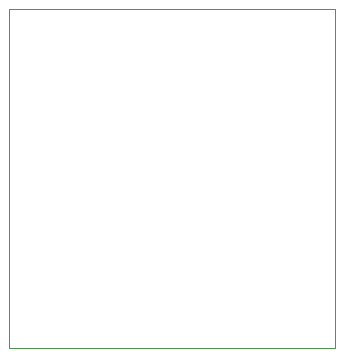
<source format=gbr>
%TF.GenerationSoftware,KiCad,Pcbnew,7.0.11+dfsg-1build4*%
%TF.CreationDate,2024-07-18T16:06:06-06:00*%
%TF.ProjectId,doordinger,646f6f72-6469-46e6-9765-722e6b696361,2*%
%TF.SameCoordinates,Original*%
%TF.FileFunction,Profile,NP*%
%FSLAX46Y46*%
G04 Gerber Fmt 4.6, Leading zero omitted, Abs format (unit mm)*
G04 Created by KiCad (PCBNEW 7.0.11+dfsg-1build4) date 2024-07-18 16:06:06*
%MOMM*%
%LPD*%
G01*
G04 APERTURE LIST*
%TA.AperFunction,Profile*%
%ADD10C,0.100000*%
%TD*%
G04 APERTURE END LIST*
D10*
X213763000Y-134463000D02*
X241403000Y-134463000D01*
X241403000Y-163159000D01*
X213763000Y-163159000D01*
X213763000Y-134463000D01*
M02*

</source>
